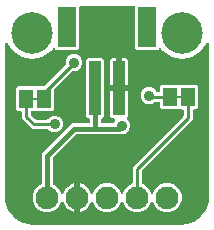
<source format=gbr>
G04 EAGLE Gerber RS-274X export*
G75*
%MOMM*%
%FSLAX34Y34*%
%LPD*%
%INBottom Copper*%
%IPPOS*%
%AMOC8*
5,1,8,0,0,1.08239X$1,22.5*%
G01*
%ADD10C,1.930400*%
%ADD11C,3.516000*%
%ADD12R,1.000000X4.600000*%
%ADD13R,1.600000X3.400000*%
%ADD14R,1.168400X1.600200*%
%ADD15R,0.635000X0.203200*%
%ADD16C,0.906400*%
%ADD17C,0.254000*%
%ADD18C,0.406400*%

G36*
X152422Y2543D02*
X152422Y2543D01*
X152500Y2545D01*
X155877Y2810D01*
X155945Y2824D01*
X156014Y2829D01*
X156170Y2869D01*
X162594Y4956D01*
X162701Y5006D01*
X162812Y5050D01*
X162863Y5083D01*
X162882Y5091D01*
X162897Y5104D01*
X162948Y5136D01*
X168412Y9107D01*
X168499Y9188D01*
X168546Y9227D01*
X168552Y9231D01*
X168553Y9232D01*
X168591Y9264D01*
X168629Y9310D01*
X168644Y9324D01*
X168655Y9342D01*
X168693Y9388D01*
X172664Y14852D01*
X172721Y14956D01*
X172785Y15056D01*
X172807Y15113D01*
X172817Y15131D01*
X172822Y15151D01*
X172844Y15206D01*
X174931Y21630D01*
X174944Y21698D01*
X174967Y21764D01*
X174990Y21923D01*
X175255Y25300D01*
X175255Y25304D01*
X175256Y25307D01*
X175255Y25326D01*
X175259Y25400D01*
X175259Y155096D01*
X175246Y155200D01*
X175242Y155304D01*
X175226Y155357D01*
X175219Y155411D01*
X175181Y155508D01*
X175151Y155609D01*
X175123Y155656D01*
X175102Y155707D01*
X175041Y155792D01*
X174987Y155881D01*
X174948Y155920D01*
X174916Y155965D01*
X174835Y156031D01*
X174761Y156104D01*
X174713Y156132D01*
X174671Y156167D01*
X174576Y156212D01*
X174486Y156264D01*
X174433Y156279D01*
X174383Y156303D01*
X174280Y156322D01*
X174180Y156351D01*
X174125Y156352D01*
X174071Y156363D01*
X173966Y156356D01*
X173862Y156359D01*
X173808Y156346D01*
X173753Y156343D01*
X173654Y156311D01*
X173552Y156287D01*
X173503Y156262D01*
X173451Y156245D01*
X173362Y156189D01*
X173270Y156141D01*
X173228Y156104D01*
X173182Y156075D01*
X173110Y155999D01*
X173032Y155929D01*
X172979Y155859D01*
X172964Y155843D01*
X172957Y155830D01*
X172935Y155801D01*
X168434Y149066D01*
X161078Y144150D01*
X152400Y142424D01*
X143722Y144150D01*
X136366Y149066D01*
X134923Y151225D01*
X134868Y151289D01*
X134820Y151358D01*
X134764Y151408D01*
X134715Y151465D01*
X134645Y151513D01*
X134582Y151569D01*
X134515Y151603D01*
X134453Y151646D01*
X134374Y151675D01*
X134299Y151713D01*
X134225Y151730D01*
X134155Y151756D01*
X134071Y151765D01*
X133988Y151783D01*
X133913Y151781D01*
X133838Y151789D01*
X133755Y151776D01*
X133671Y151773D01*
X133598Y151753D01*
X133524Y151741D01*
X133446Y151709D01*
X133365Y151685D01*
X133300Y151647D01*
X133231Y151618D01*
X133164Y151566D01*
X133091Y151524D01*
X132985Y151430D01*
X132978Y151425D01*
X132976Y151422D01*
X132970Y151417D01*
X131952Y150399D01*
X113848Y150399D01*
X112359Y151888D01*
X112359Y186690D01*
X112344Y186808D01*
X112337Y186927D01*
X112324Y186965D01*
X112319Y187006D01*
X112276Y187116D01*
X112239Y187229D01*
X112217Y187264D01*
X112202Y187301D01*
X112133Y187397D01*
X112069Y187498D01*
X112039Y187526D01*
X112016Y187559D01*
X111924Y187635D01*
X111837Y187716D01*
X111802Y187736D01*
X111771Y187761D01*
X111663Y187812D01*
X111559Y187870D01*
X111519Y187880D01*
X111483Y187897D01*
X111366Y187919D01*
X111251Y187949D01*
X111191Y187953D01*
X111171Y187957D01*
X111150Y187955D01*
X111090Y187959D01*
X66710Y187959D01*
X66592Y187944D01*
X66473Y187937D01*
X66435Y187924D01*
X66394Y187919D01*
X66284Y187876D01*
X66171Y187839D01*
X66136Y187817D01*
X66099Y187802D01*
X66003Y187733D01*
X65902Y187669D01*
X65874Y187639D01*
X65841Y187616D01*
X65765Y187524D01*
X65684Y187437D01*
X65664Y187402D01*
X65639Y187371D01*
X65588Y187263D01*
X65530Y187159D01*
X65520Y187119D01*
X65503Y187083D01*
X65481Y186966D01*
X65451Y186851D01*
X65447Y186791D01*
X65443Y186771D01*
X65445Y186750D01*
X65441Y186690D01*
X65441Y151888D01*
X63952Y150399D01*
X45848Y150399D01*
X44830Y151417D01*
X44763Y151469D01*
X44703Y151528D01*
X44638Y151566D01*
X44578Y151612D01*
X44501Y151646D01*
X44428Y151688D01*
X44356Y151709D01*
X44287Y151738D01*
X44203Y151752D01*
X44122Y151775D01*
X44047Y151776D01*
X43972Y151788D01*
X43888Y151780D01*
X43804Y151782D01*
X43731Y151766D01*
X43656Y151758D01*
X43576Y151730D01*
X43494Y151711D01*
X43427Y151676D01*
X43357Y151651D01*
X43287Y151603D01*
X43212Y151565D01*
X43156Y151515D01*
X43093Y151472D01*
X43038Y151409D01*
X42975Y151353D01*
X42889Y151241D01*
X42883Y151234D01*
X42881Y151231D01*
X42877Y151225D01*
X41434Y149066D01*
X34078Y144150D01*
X25400Y142424D01*
X16722Y144150D01*
X9366Y149066D01*
X4865Y155801D01*
X4797Y155880D01*
X4736Y155965D01*
X4693Y156000D01*
X4657Y156041D01*
X4571Y156101D01*
X4491Y156167D01*
X4441Y156191D01*
X4395Y156222D01*
X4297Y156258D01*
X4203Y156303D01*
X4149Y156313D01*
X4097Y156332D01*
X3993Y156343D01*
X3890Y156363D01*
X3835Y156359D01*
X3781Y156365D01*
X3677Y156349D01*
X3573Y156343D01*
X3521Y156326D01*
X3466Y156318D01*
X3370Y156277D01*
X3271Y156245D01*
X3224Y156215D01*
X3173Y156194D01*
X3090Y156131D01*
X3002Y156075D01*
X2964Y156035D01*
X2920Y156001D01*
X2855Y155919D01*
X2784Y155843D01*
X2757Y155795D01*
X2723Y155752D01*
X2681Y155656D01*
X2630Y155565D01*
X2617Y155511D01*
X2594Y155461D01*
X2577Y155358D01*
X2551Y155257D01*
X2545Y155169D01*
X2542Y155147D01*
X2543Y155132D01*
X2541Y155096D01*
X2541Y25400D01*
X2543Y25378D01*
X2545Y25300D01*
X2810Y21923D01*
X2824Y21855D01*
X2829Y21786D01*
X2869Y21630D01*
X4956Y15206D01*
X5006Y15099D01*
X5050Y14988D01*
X5083Y14937D01*
X5091Y14918D01*
X5104Y14903D01*
X5136Y14852D01*
X9107Y9388D01*
X9127Y9366D01*
X9138Y9348D01*
X9184Y9305D01*
X9188Y9301D01*
X9264Y9209D01*
X9310Y9171D01*
X9324Y9156D01*
X9342Y9145D01*
X9388Y9107D01*
X14596Y5322D01*
X14852Y5136D01*
X14956Y5079D01*
X15056Y5015D01*
X15113Y4993D01*
X15131Y4983D01*
X15151Y4978D01*
X15206Y4956D01*
X21630Y2869D01*
X21698Y2856D01*
X21764Y2833D01*
X21923Y2810D01*
X25300Y2545D01*
X25322Y2546D01*
X25400Y2541D01*
X152400Y2541D01*
X152422Y2543D01*
G37*
%LPC*%
G36*
X86475Y13207D02*
X86475Y13207D01*
X81993Y15063D01*
X78563Y18493D01*
X77365Y21386D01*
X77351Y21412D01*
X77341Y21440D01*
X77272Y21550D01*
X77208Y21662D01*
X77187Y21684D01*
X77171Y21709D01*
X77077Y21798D01*
X76987Y21891D01*
X76961Y21906D01*
X76939Y21927D01*
X76826Y21989D01*
X76715Y22057D01*
X76687Y22066D01*
X76661Y22080D01*
X76535Y22113D01*
X76411Y22151D01*
X76382Y22152D01*
X76353Y22159D01*
X76223Y22160D01*
X76094Y22166D01*
X76065Y22160D01*
X76035Y22160D01*
X75909Y22128D01*
X75782Y22101D01*
X75755Y22088D01*
X75727Y22081D01*
X75613Y22019D01*
X75497Y21962D01*
X75474Y21942D01*
X75448Y21928D01*
X75353Y21840D01*
X75255Y21755D01*
X75237Y21731D01*
X75216Y21710D01*
X75146Y21601D01*
X75072Y21495D01*
X75061Y21467D01*
X75045Y21442D01*
X74986Y21292D01*
X74799Y20720D01*
X73928Y19010D01*
X72800Y17457D01*
X71443Y16100D01*
X69890Y14972D01*
X68180Y14101D01*
X66355Y13507D01*
X65999Y13451D01*
X65999Y24170D01*
X65984Y24288D01*
X65977Y24407D01*
X65964Y24445D01*
X65959Y24485D01*
X65916Y24596D01*
X65879Y24709D01*
X65857Y24743D01*
X65842Y24781D01*
X65773Y24877D01*
X65709Y24978D01*
X65679Y25006D01*
X65656Y25038D01*
X65564Y25114D01*
X65477Y25196D01*
X65442Y25215D01*
X65411Y25241D01*
X65303Y25292D01*
X65199Y25349D01*
X65159Y25359D01*
X65123Y25377D01*
X65016Y25397D01*
X65046Y25401D01*
X65156Y25445D01*
X65269Y25481D01*
X65304Y25503D01*
X65341Y25518D01*
X65437Y25588D01*
X65538Y25651D01*
X65566Y25681D01*
X65599Y25705D01*
X65675Y25796D01*
X65756Y25883D01*
X65776Y25918D01*
X65801Y25950D01*
X65852Y26057D01*
X65910Y26162D01*
X65920Y26201D01*
X65937Y26237D01*
X65959Y26354D01*
X65989Y26470D01*
X65993Y26530D01*
X65997Y26550D01*
X65995Y26570D01*
X65997Y26576D01*
X65996Y26583D01*
X65999Y26630D01*
X65999Y37349D01*
X66355Y37293D01*
X68180Y36699D01*
X69890Y35828D01*
X71443Y34700D01*
X72800Y33343D01*
X73928Y31790D01*
X74799Y30080D01*
X74986Y29508D01*
X74998Y29481D01*
X75005Y29451D01*
X75066Y29337D01*
X75121Y29220D01*
X75140Y29197D01*
X75154Y29170D01*
X75241Y29074D01*
X75324Y28975D01*
X75348Y28957D01*
X75368Y28935D01*
X75476Y28864D01*
X75581Y28788D01*
X75609Y28777D01*
X75634Y28760D01*
X75756Y28718D01*
X75877Y28670D01*
X75906Y28667D01*
X75934Y28657D01*
X76064Y28647D01*
X76192Y28630D01*
X76222Y28634D01*
X76251Y28632D01*
X76379Y28654D01*
X76508Y28670D01*
X76535Y28681D01*
X76565Y28686D01*
X76683Y28739D01*
X76803Y28787D01*
X76828Y28805D01*
X76855Y28817D01*
X76956Y28898D01*
X77061Y28974D01*
X77080Y28997D01*
X77103Y29015D01*
X77181Y29119D01*
X77264Y29219D01*
X77276Y29246D01*
X77294Y29269D01*
X77365Y29414D01*
X78563Y32307D01*
X81993Y35737D01*
X86475Y37593D01*
X91325Y37593D01*
X95807Y35737D01*
X99237Y32307D01*
X100427Y29432D01*
X100496Y29311D01*
X100561Y29188D01*
X100575Y29173D01*
X100585Y29155D01*
X100682Y29055D01*
X100775Y28953D01*
X100792Y28941D01*
X100806Y28927D01*
X100924Y28854D01*
X101041Y28778D01*
X101060Y28771D01*
X101077Y28761D01*
X101210Y28720D01*
X101342Y28675D01*
X101362Y28673D01*
X101381Y28667D01*
X101520Y28660D01*
X101659Y28649D01*
X101679Y28653D01*
X101699Y28652D01*
X101835Y28680D01*
X101972Y28704D01*
X101991Y28712D01*
X102010Y28716D01*
X102135Y28777D01*
X102262Y28834D01*
X102278Y28847D01*
X102296Y28856D01*
X102402Y28946D01*
X102510Y29033D01*
X102523Y29049D01*
X102538Y29062D01*
X102618Y29176D01*
X102702Y29287D01*
X102714Y29312D01*
X102721Y29322D01*
X102728Y29342D01*
X102773Y29432D01*
X103963Y32307D01*
X107393Y35737D01*
X109706Y36694D01*
X109731Y36709D01*
X109759Y36718D01*
X109869Y36787D01*
X109982Y36852D01*
X110003Y36872D01*
X110028Y36888D01*
X110117Y36983D01*
X110210Y37073D01*
X110226Y37098D01*
X110246Y37120D01*
X110309Y37234D01*
X110377Y37344D01*
X110385Y37372D01*
X110400Y37398D01*
X110432Y37524D01*
X110470Y37648D01*
X110472Y37678D01*
X110479Y37706D01*
X110489Y37867D01*
X110489Y51108D01*
X153298Y93917D01*
X153358Y93995D01*
X153426Y94067D01*
X153455Y94120D01*
X153492Y94168D01*
X153532Y94259D01*
X153580Y94346D01*
X153595Y94404D01*
X153619Y94460D01*
X153634Y94558D01*
X153659Y94654D01*
X153665Y94754D01*
X153669Y94774D01*
X153667Y94786D01*
X153669Y94814D01*
X153669Y98679D01*
X153654Y98797D01*
X153647Y98916D01*
X153634Y98954D01*
X153629Y98995D01*
X153586Y99105D01*
X153549Y99218D01*
X153527Y99253D01*
X153512Y99290D01*
X153443Y99386D01*
X153379Y99487D01*
X153349Y99515D01*
X153326Y99548D01*
X153234Y99624D01*
X153147Y99705D01*
X153112Y99725D01*
X153081Y99750D01*
X152973Y99801D01*
X152869Y99859D01*
X152829Y99869D01*
X152793Y99886D01*
X152676Y99908D01*
X152561Y99938D01*
X152501Y99942D01*
X152481Y99946D01*
X152460Y99944D01*
X152400Y99948D01*
X150536Y99948D01*
X150506Y99971D01*
X150397Y100019D01*
X150291Y100073D01*
X150251Y100082D01*
X150214Y100098D01*
X150096Y100116D01*
X149981Y100142D01*
X149940Y100141D01*
X149900Y100147D01*
X149781Y100136D01*
X149663Y100133D01*
X149624Y100121D01*
X149584Y100118D01*
X149471Y100077D01*
X149357Y100044D01*
X149322Y100024D01*
X149284Y100010D01*
X149193Y99948D01*
X135346Y99948D01*
X133857Y101437D01*
X133857Y105410D01*
X133842Y105528D01*
X133835Y105647D01*
X133822Y105685D01*
X133817Y105726D01*
X133774Y105836D01*
X133737Y105949D01*
X133715Y105984D01*
X133700Y106021D01*
X133631Y106117D01*
X133567Y106218D01*
X133537Y106246D01*
X133514Y106279D01*
X133422Y106355D01*
X133335Y106436D01*
X133300Y106456D01*
X133269Y106481D01*
X133161Y106532D01*
X133057Y106590D01*
X133017Y106600D01*
X132981Y106617D01*
X132864Y106639D01*
X132749Y106669D01*
X132689Y106673D01*
X132669Y106677D01*
X132648Y106675D01*
X132588Y106679D01*
X129907Y106679D01*
X129809Y106667D01*
X129710Y106664D01*
X129652Y106647D01*
X129592Y106639D01*
X129500Y106603D01*
X129405Y106575D01*
X129352Y106545D01*
X129296Y106522D01*
X129216Y106464D01*
X129131Y106414D01*
X129055Y106348D01*
X129039Y106336D01*
X129031Y106326D01*
X129010Y106308D01*
X128466Y105764D01*
X125867Y104687D01*
X123053Y104687D01*
X120454Y105764D01*
X118464Y107754D01*
X117387Y110353D01*
X117387Y113167D01*
X118464Y115766D01*
X120454Y117756D01*
X123053Y118833D01*
X125867Y118833D01*
X128466Y117756D01*
X130456Y115766D01*
X130739Y115084D01*
X130753Y115059D01*
X130762Y115031D01*
X130832Y114921D01*
X130896Y114808D01*
X130917Y114787D01*
X130932Y114762D01*
X131027Y114673D01*
X131117Y114580D01*
X131142Y114564D01*
X131164Y114544D01*
X131278Y114481D01*
X131388Y114413D01*
X131417Y114405D01*
X131443Y114390D01*
X131568Y114358D01*
X131692Y114320D01*
X131722Y114318D01*
X131750Y114311D01*
X131911Y114301D01*
X132588Y114301D01*
X132706Y114316D01*
X132825Y114323D01*
X132863Y114336D01*
X132904Y114341D01*
X133014Y114384D01*
X133127Y114421D01*
X133162Y114443D01*
X133199Y114458D01*
X133295Y114527D01*
X133396Y114591D01*
X133424Y114621D01*
X133457Y114644D01*
X133533Y114736D01*
X133614Y114823D01*
X133634Y114858D01*
X133659Y114889D01*
X133710Y114997D01*
X133768Y115101D01*
X133778Y115141D01*
X133795Y115177D01*
X133817Y115294D01*
X133847Y115409D01*
X133851Y115469D01*
X133855Y115489D01*
X133853Y115510D01*
X133857Y115570D01*
X133857Y119543D01*
X135346Y121032D01*
X149184Y121032D01*
X149214Y121009D01*
X149323Y120961D01*
X149429Y120907D01*
X149468Y120898D01*
X149506Y120882D01*
X149623Y120864D01*
X149739Y120838D01*
X149780Y120839D01*
X149820Y120833D01*
X149938Y120844D01*
X150057Y120847D01*
X150096Y120859D01*
X150136Y120862D01*
X150248Y120903D01*
X150363Y120936D01*
X150398Y120956D01*
X150436Y120970D01*
X150527Y121032D01*
X164374Y121032D01*
X165863Y119543D01*
X165863Y101437D01*
X164374Y99948D01*
X162560Y99948D01*
X162442Y99933D01*
X162323Y99926D01*
X162285Y99913D01*
X162244Y99908D01*
X162134Y99865D01*
X162021Y99828D01*
X161986Y99806D01*
X161949Y99791D01*
X161853Y99722D01*
X161752Y99658D01*
X161724Y99628D01*
X161691Y99605D01*
X161615Y99513D01*
X161534Y99426D01*
X161514Y99391D01*
X161489Y99360D01*
X161438Y99252D01*
X161380Y99148D01*
X161370Y99108D01*
X161353Y99072D01*
X161331Y98955D01*
X161301Y98840D01*
X161297Y98780D01*
X161293Y98760D01*
X161295Y98739D01*
X161291Y98679D01*
X161291Y91132D01*
X118482Y48323D01*
X118422Y48245D01*
X118354Y48173D01*
X118325Y48120D01*
X118288Y48072D01*
X118248Y47981D01*
X118200Y47894D01*
X118185Y47836D01*
X118161Y47780D01*
X118146Y47682D01*
X118121Y47586D01*
X118115Y47486D01*
X118111Y47466D01*
X118113Y47454D01*
X118111Y47426D01*
X118111Y37867D01*
X118114Y37838D01*
X118112Y37808D01*
X118134Y37680D01*
X118151Y37551D01*
X118161Y37524D01*
X118166Y37495D01*
X118220Y37376D01*
X118268Y37256D01*
X118285Y37232D01*
X118297Y37205D01*
X118378Y37103D01*
X118454Y36998D01*
X118477Y36980D01*
X118496Y36956D01*
X118599Y36878D01*
X118699Y36796D01*
X118726Y36783D01*
X118750Y36765D01*
X118894Y36694D01*
X121207Y35737D01*
X124637Y32307D01*
X125827Y29432D01*
X125896Y29311D01*
X125961Y29188D01*
X125975Y29173D01*
X125985Y29155D01*
X126082Y29055D01*
X126175Y28953D01*
X126192Y28941D01*
X126206Y28927D01*
X126324Y28854D01*
X126441Y28778D01*
X126460Y28771D01*
X126477Y28761D01*
X126610Y28720D01*
X126742Y28675D01*
X126762Y28673D01*
X126781Y28667D01*
X126920Y28660D01*
X127059Y28649D01*
X127079Y28653D01*
X127099Y28652D01*
X127235Y28680D01*
X127372Y28704D01*
X127391Y28712D01*
X127410Y28716D01*
X127535Y28777D01*
X127662Y28834D01*
X127678Y28847D01*
X127696Y28856D01*
X127802Y28946D01*
X127910Y29033D01*
X127923Y29049D01*
X127938Y29062D01*
X128018Y29176D01*
X128102Y29287D01*
X128114Y29312D01*
X128121Y29322D01*
X128128Y29342D01*
X128173Y29432D01*
X129363Y32307D01*
X132793Y35737D01*
X137275Y37593D01*
X142125Y37593D01*
X146607Y35737D01*
X150037Y32307D01*
X151893Y27825D01*
X151893Y22975D01*
X150037Y18493D01*
X146607Y15063D01*
X142125Y13207D01*
X137275Y13207D01*
X132793Y15063D01*
X129363Y18493D01*
X128173Y21368D01*
X128104Y21489D01*
X128039Y21612D01*
X128025Y21627D01*
X128015Y21645D01*
X127918Y21745D01*
X127825Y21847D01*
X127808Y21859D01*
X127794Y21873D01*
X127675Y21946D01*
X127559Y22022D01*
X127540Y22029D01*
X127523Y22039D01*
X127390Y22080D01*
X127258Y22125D01*
X127238Y22127D01*
X127219Y22133D01*
X127080Y22140D01*
X126941Y22151D01*
X126921Y22147D01*
X126901Y22148D01*
X126765Y22120D01*
X126628Y22096D01*
X126609Y22088D01*
X126590Y22084D01*
X126464Y22023D01*
X126338Y21966D01*
X126322Y21953D01*
X126304Y21944D01*
X126198Y21854D01*
X126090Y21767D01*
X126077Y21751D01*
X126062Y21738D01*
X125982Y21624D01*
X125898Y21513D01*
X125886Y21488D01*
X125879Y21478D01*
X125872Y21458D01*
X125827Y21368D01*
X124637Y18493D01*
X121207Y15063D01*
X116725Y13207D01*
X111875Y13207D01*
X107393Y15063D01*
X103963Y18493D01*
X102773Y21368D01*
X102704Y21489D01*
X102639Y21612D01*
X102625Y21627D01*
X102615Y21645D01*
X102518Y21745D01*
X102425Y21847D01*
X102408Y21859D01*
X102394Y21873D01*
X102275Y21946D01*
X102159Y22022D01*
X102140Y22029D01*
X102123Y22039D01*
X101990Y22080D01*
X101858Y22125D01*
X101838Y22127D01*
X101819Y22133D01*
X101680Y22140D01*
X101541Y22151D01*
X101521Y22147D01*
X101501Y22148D01*
X101365Y22120D01*
X101228Y22096D01*
X101209Y22088D01*
X101190Y22084D01*
X101064Y22023D01*
X100938Y21966D01*
X100922Y21953D01*
X100904Y21944D01*
X100798Y21854D01*
X100690Y21767D01*
X100677Y21751D01*
X100662Y21738D01*
X100582Y21624D01*
X100498Y21513D01*
X100486Y21488D01*
X100479Y21478D01*
X100472Y21458D01*
X100427Y21368D01*
X99237Y18493D01*
X95807Y15063D01*
X91325Y13207D01*
X86475Y13207D01*
G37*
%LPD*%
%LPC*%
G36*
X35675Y13207D02*
X35675Y13207D01*
X31193Y15063D01*
X27763Y18493D01*
X25907Y22975D01*
X25907Y27825D01*
X27763Y32307D01*
X31193Y35737D01*
X32744Y36379D01*
X32769Y36393D01*
X32797Y36402D01*
X32907Y36472D01*
X33020Y36536D01*
X33041Y36557D01*
X33066Y36573D01*
X33155Y36667D01*
X33248Y36757D01*
X33264Y36783D01*
X33284Y36804D01*
X33347Y36918D01*
X33415Y37029D01*
X33423Y37057D01*
X33438Y37083D01*
X33470Y37208D01*
X33508Y37333D01*
X33510Y37362D01*
X33517Y37391D01*
X33527Y37551D01*
X33527Y62854D01*
X59066Y88393D01*
X73058Y88393D01*
X73176Y88408D01*
X73295Y88415D01*
X73333Y88428D01*
X73374Y88433D01*
X73484Y88476D01*
X73597Y88513D01*
X73632Y88535D01*
X73669Y88550D01*
X73765Y88619D01*
X73866Y88683D01*
X73894Y88713D01*
X73927Y88736D01*
X74003Y88828D01*
X74084Y88915D01*
X74104Y88950D01*
X74129Y88981D01*
X74180Y89089D01*
X74238Y89193D01*
X74248Y89233D01*
X74265Y89269D01*
X74287Y89386D01*
X74317Y89501D01*
X74321Y89561D01*
X74325Y89581D01*
X74323Y89602D01*
X74327Y89662D01*
X74327Y91130D01*
X74312Y91248D01*
X74305Y91367D01*
X74292Y91405D01*
X74287Y91446D01*
X74244Y91556D01*
X74207Y91669D01*
X74185Y91704D01*
X74170Y91741D01*
X74101Y91837D01*
X74037Y91938D01*
X74007Y91966D01*
X73984Y91999D01*
X73892Y92075D01*
X73805Y92156D01*
X73770Y92176D01*
X73739Y92201D01*
X73631Y92252D01*
X73527Y92310D01*
X73487Y92320D01*
X73451Y92337D01*
X73334Y92359D01*
X73219Y92389D01*
X73159Y92393D01*
X73139Y92397D01*
X73118Y92395D01*
X73058Y92399D01*
X72848Y92399D01*
X71359Y93888D01*
X71359Y141992D01*
X72848Y143481D01*
X84952Y143481D01*
X86441Y141992D01*
X86441Y93888D01*
X84952Y92399D01*
X84742Y92399D01*
X84624Y92384D01*
X84505Y92377D01*
X84467Y92364D01*
X84426Y92359D01*
X84316Y92316D01*
X84203Y92279D01*
X84168Y92257D01*
X84131Y92242D01*
X84035Y92173D01*
X83934Y92109D01*
X83906Y92079D01*
X83873Y92056D01*
X83797Y91964D01*
X83716Y91877D01*
X83696Y91842D01*
X83671Y91811D01*
X83620Y91703D01*
X83562Y91599D01*
X83552Y91559D01*
X83535Y91523D01*
X83513Y91406D01*
X83483Y91291D01*
X83479Y91231D01*
X83475Y91211D01*
X83477Y91190D01*
X83473Y91130D01*
X83473Y89662D01*
X83488Y89544D01*
X83495Y89425D01*
X83508Y89387D01*
X83513Y89346D01*
X83556Y89236D01*
X83593Y89123D01*
X83615Y89088D01*
X83630Y89051D01*
X83699Y88955D01*
X83763Y88854D01*
X83793Y88826D01*
X83816Y88793D01*
X83908Y88717D01*
X83995Y88636D01*
X84030Y88616D01*
X84061Y88591D01*
X84169Y88540D01*
X84273Y88482D01*
X84313Y88472D01*
X84349Y88455D01*
X84466Y88433D01*
X84581Y88403D01*
X84641Y88399D01*
X84661Y88395D01*
X84682Y88397D01*
X84742Y88393D01*
X93938Y88393D01*
X93968Y88396D01*
X93997Y88394D01*
X94125Y88416D01*
X94254Y88433D01*
X94281Y88443D01*
X94311Y88448D01*
X94429Y88502D01*
X94550Y88550D01*
X94574Y88567D01*
X94601Y88579D01*
X94702Y88660D01*
X94807Y88736D01*
X94826Y88759D01*
X94849Y88778D01*
X94927Y88881D01*
X95010Y88981D01*
X95022Y89008D01*
X95040Y89032D01*
X95111Y89176D01*
X95633Y90436D01*
X95644Y90449D01*
X95653Y90468D01*
X95665Y90483D01*
X95720Y90611D01*
X95780Y90737D01*
X95783Y90757D01*
X95791Y90775D01*
X95813Y90913D01*
X95839Y91050D01*
X95838Y91069D01*
X95841Y91089D01*
X95828Y91228D01*
X95820Y91367D01*
X95813Y91386D01*
X95812Y91406D01*
X95765Y91537D01*
X95722Y91669D01*
X95711Y91686D01*
X95704Y91705D01*
X95626Y91820D01*
X95551Y91938D01*
X95537Y91952D01*
X95526Y91968D01*
X95421Y92061D01*
X95320Y92156D01*
X95302Y92166D01*
X95287Y92179D01*
X95163Y92242D01*
X95041Y92310D01*
X95022Y92315D01*
X95004Y92324D01*
X94868Y92354D01*
X94733Y92389D01*
X94706Y92391D01*
X94694Y92393D01*
X94673Y92393D01*
X94573Y92399D01*
X93566Y92399D01*
X92919Y92572D01*
X92340Y92907D01*
X91867Y93380D01*
X91532Y93959D01*
X91359Y94606D01*
X91359Y115441D01*
X97670Y115441D01*
X97788Y115456D01*
X97907Y115463D01*
X97945Y115475D01*
X97985Y115481D01*
X98096Y115524D01*
X98209Y115561D01*
X98243Y115583D01*
X98281Y115598D01*
X98377Y115667D01*
X98478Y115731D01*
X98506Y115761D01*
X98538Y115784D01*
X98614Y115876D01*
X98696Y115963D01*
X98715Y115998D01*
X98741Y116029D01*
X98792Y116137D01*
X98849Y116241D01*
X98859Y116281D01*
X98877Y116317D01*
X98897Y116424D01*
X98901Y116394D01*
X98945Y116284D01*
X98981Y116171D01*
X99003Y116136D01*
X99018Y116099D01*
X99088Y116002D01*
X99151Y115902D01*
X99181Y115874D01*
X99205Y115841D01*
X99296Y115765D01*
X99383Y115684D01*
X99418Y115664D01*
X99450Y115639D01*
X99557Y115588D01*
X99662Y115530D01*
X99701Y115520D01*
X99737Y115503D01*
X99854Y115481D01*
X99970Y115451D01*
X100030Y115447D01*
X100050Y115443D01*
X100070Y115445D01*
X100130Y115441D01*
X106441Y115441D01*
X106441Y94606D01*
X106268Y93959D01*
X105926Y93367D01*
X105882Y93263D01*
X105831Y93163D01*
X105821Y93117D01*
X105802Y93074D01*
X105786Y92963D01*
X105761Y92853D01*
X105763Y92806D01*
X105756Y92759D01*
X105768Y92648D01*
X105771Y92535D01*
X105784Y92490D01*
X105789Y92443D01*
X105828Y92338D01*
X105859Y92230D01*
X105883Y92189D01*
X105900Y92145D01*
X105964Y92052D01*
X106021Y91956D01*
X106069Y91902D01*
X106081Y91884D01*
X106095Y91872D01*
X106127Y91835D01*
X107596Y90366D01*
X108673Y87767D01*
X108673Y84953D01*
X107596Y82354D01*
X105606Y80364D01*
X103007Y79287D01*
X101520Y79287D01*
X101422Y79275D01*
X101323Y79272D01*
X101264Y79255D01*
X101204Y79247D01*
X63380Y79247D01*
X63282Y79235D01*
X63183Y79232D01*
X63124Y79215D01*
X63064Y79207D01*
X62972Y79171D01*
X62877Y79143D01*
X62825Y79113D01*
X62769Y79090D01*
X62689Y79032D01*
X62603Y78982D01*
X62528Y78916D01*
X62511Y78904D01*
X62503Y78894D01*
X62482Y78876D01*
X43044Y59438D01*
X42984Y59359D01*
X42916Y59287D01*
X42887Y59234D01*
X42850Y59186D01*
X42810Y59095D01*
X42762Y59009D01*
X42747Y58950D01*
X42723Y58895D01*
X42708Y58797D01*
X42683Y58701D01*
X42677Y58601D01*
X42673Y58580D01*
X42675Y58568D01*
X42673Y58540D01*
X42673Y37551D01*
X42676Y37522D01*
X42674Y37493D01*
X42696Y37365D01*
X42713Y37236D01*
X42723Y37208D01*
X42728Y37179D01*
X42782Y37061D01*
X42830Y36940D01*
X42847Y36916D01*
X42859Y36889D01*
X42940Y36788D01*
X43016Y36683D01*
X43039Y36664D01*
X43058Y36641D01*
X43161Y36563D01*
X43261Y36480D01*
X43288Y36467D01*
X43312Y36450D01*
X43456Y36379D01*
X45007Y35737D01*
X48437Y32307D01*
X49635Y29414D01*
X49649Y29388D01*
X49659Y29360D01*
X49728Y29250D01*
X49792Y29138D01*
X49813Y29116D01*
X49829Y29091D01*
X49923Y29002D01*
X50013Y28909D01*
X50039Y28894D01*
X50061Y28873D01*
X50174Y28811D01*
X50285Y28743D01*
X50313Y28734D01*
X50339Y28720D01*
X50465Y28687D01*
X50589Y28649D01*
X50618Y28648D01*
X50647Y28641D01*
X50777Y28640D01*
X50906Y28634D01*
X50935Y28640D01*
X50965Y28640D01*
X51091Y28672D01*
X51218Y28699D01*
X51245Y28712D01*
X51273Y28719D01*
X51387Y28781D01*
X51503Y28838D01*
X51526Y28858D01*
X51552Y28872D01*
X51647Y28960D01*
X51745Y29045D01*
X51763Y29069D01*
X51784Y29090D01*
X51854Y29199D01*
X51928Y29305D01*
X51939Y29333D01*
X51955Y29358D01*
X52014Y29508D01*
X52198Y30071D01*
X52198Y30072D01*
X52201Y30080D01*
X53072Y31790D01*
X54200Y33343D01*
X55557Y34700D01*
X57110Y35828D01*
X58820Y36699D01*
X60645Y37293D01*
X61001Y37349D01*
X61001Y26630D01*
X61016Y26512D01*
X61023Y26393D01*
X61035Y26355D01*
X61041Y26315D01*
X61084Y26204D01*
X61121Y26091D01*
X61143Y26057D01*
X61158Y26019D01*
X61227Y25923D01*
X61291Y25822D01*
X61321Y25794D01*
X61344Y25762D01*
X61436Y25686D01*
X61523Y25604D01*
X61558Y25585D01*
X61589Y25559D01*
X61697Y25508D01*
X61801Y25451D01*
X61841Y25441D01*
X61877Y25423D01*
X61984Y25403D01*
X61954Y25399D01*
X61844Y25355D01*
X61731Y25319D01*
X61696Y25297D01*
X61659Y25282D01*
X61562Y25212D01*
X61462Y25149D01*
X61434Y25119D01*
X61401Y25095D01*
X61325Y25004D01*
X61244Y24917D01*
X61224Y24882D01*
X61199Y24850D01*
X61148Y24743D01*
X61090Y24638D01*
X61080Y24599D01*
X61063Y24563D01*
X61041Y24446D01*
X61011Y24330D01*
X61007Y24270D01*
X61003Y24250D01*
X61005Y24230D01*
X61001Y24170D01*
X61001Y13451D01*
X60645Y13507D01*
X58820Y14101D01*
X57110Y14972D01*
X55557Y16100D01*
X54200Y17457D01*
X53072Y19010D01*
X52201Y20720D01*
X52014Y21292D01*
X52002Y21319D01*
X51995Y21349D01*
X51934Y21463D01*
X51879Y21580D01*
X51860Y21603D01*
X51846Y21630D01*
X51759Y21726D01*
X51676Y21825D01*
X51652Y21843D01*
X51632Y21865D01*
X51524Y21936D01*
X51419Y22012D01*
X51391Y22023D01*
X51366Y22040D01*
X51244Y22082D01*
X51123Y22130D01*
X51094Y22133D01*
X51066Y22143D01*
X50936Y22153D01*
X50808Y22170D01*
X50778Y22166D01*
X50749Y22168D01*
X50621Y22146D01*
X50492Y22130D01*
X50465Y22119D01*
X50435Y22114D01*
X50317Y22061D01*
X50197Y22013D01*
X50172Y21995D01*
X50145Y21983D01*
X50044Y21902D01*
X49939Y21826D01*
X49920Y21803D01*
X49897Y21785D01*
X49819Y21681D01*
X49736Y21581D01*
X49724Y21554D01*
X49706Y21531D01*
X49635Y21386D01*
X48437Y18493D01*
X45007Y15063D01*
X40525Y13207D01*
X35675Y13207D01*
G37*
%LPD*%
%LPC*%
G36*
X43043Y80557D02*
X43043Y80557D01*
X40444Y81634D01*
X38630Y83448D01*
X38552Y83508D01*
X38480Y83576D01*
X38427Y83605D01*
X38379Y83642D01*
X38288Y83682D01*
X38201Y83730D01*
X38143Y83745D01*
X38087Y83769D01*
X37989Y83784D01*
X37893Y83809D01*
X37793Y83815D01*
X37773Y83819D01*
X37761Y83817D01*
X37733Y83819D01*
X25092Y83819D01*
X16509Y92402D01*
X16509Y97409D01*
X16494Y97527D01*
X16487Y97646D01*
X16474Y97684D01*
X16469Y97725D01*
X16426Y97835D01*
X16389Y97948D01*
X16367Y97983D01*
X16352Y98020D01*
X16283Y98116D01*
X16219Y98217D01*
X16189Y98245D01*
X16166Y98278D01*
X16074Y98354D01*
X15987Y98435D01*
X15952Y98455D01*
X15921Y98480D01*
X15813Y98531D01*
X15709Y98589D01*
X15669Y98599D01*
X15633Y98616D01*
X15516Y98638D01*
X15401Y98668D01*
X15341Y98672D01*
X15321Y98676D01*
X15300Y98674D01*
X15240Y98678D01*
X13426Y98678D01*
X11937Y100167D01*
X11937Y118273D01*
X13426Y119762D01*
X27264Y119762D01*
X27294Y119739D01*
X27403Y119691D01*
X27509Y119637D01*
X27548Y119628D01*
X27586Y119612D01*
X27703Y119594D01*
X27819Y119568D01*
X27860Y119569D01*
X27900Y119563D01*
X28018Y119574D01*
X28137Y119577D01*
X28176Y119589D01*
X28216Y119592D01*
X28328Y119633D01*
X28443Y119666D01*
X28478Y119686D01*
X28516Y119700D01*
X28607Y119762D01*
X35107Y119762D01*
X35205Y119774D01*
X35304Y119777D01*
X35362Y119794D01*
X35422Y119802D01*
X35514Y119838D01*
X35610Y119866D01*
X35662Y119896D01*
X35718Y119919D01*
X35798Y119977D01*
X35883Y120027D01*
X35959Y120093D01*
X35975Y120105D01*
X35983Y120115D01*
X36004Y120133D01*
X53516Y137645D01*
X53576Y137723D01*
X53644Y137795D01*
X53673Y137848D01*
X53710Y137896D01*
X53750Y137987D01*
X53798Y138074D01*
X53813Y138132D01*
X53837Y138188D01*
X53852Y138286D01*
X53877Y138382D01*
X53883Y138482D01*
X53887Y138502D01*
X53885Y138514D01*
X53887Y138542D01*
X53887Y141107D01*
X54964Y143706D01*
X56954Y145696D01*
X59553Y146773D01*
X62367Y146773D01*
X64966Y145696D01*
X66956Y143706D01*
X68033Y141107D01*
X68033Y138293D01*
X66956Y135694D01*
X64966Y133704D01*
X62367Y132627D01*
X59802Y132627D01*
X59704Y132615D01*
X59605Y132612D01*
X59547Y132595D01*
X59487Y132587D01*
X59395Y132551D01*
X59299Y132523D01*
X59247Y132493D01*
X59191Y132470D01*
X59111Y132412D01*
X59026Y132362D01*
X58950Y132296D01*
X58934Y132284D01*
X58926Y132274D01*
X58905Y132256D01*
X44314Y117665D01*
X44254Y117587D01*
X44186Y117515D01*
X44165Y117476D01*
X44146Y117454D01*
X44139Y117439D01*
X44120Y117414D01*
X44080Y117323D01*
X44032Y117236D01*
X44019Y117184D01*
X44011Y117166D01*
X44009Y117159D01*
X43993Y117122D01*
X43978Y117024D01*
X43953Y116928D01*
X43947Y116828D01*
X43943Y116808D01*
X43945Y116796D01*
X43943Y116768D01*
X43943Y100167D01*
X42454Y98678D01*
X28616Y98678D01*
X28586Y98701D01*
X28477Y98749D01*
X28371Y98803D01*
X28331Y98812D01*
X28294Y98828D01*
X28176Y98846D01*
X28061Y98872D01*
X28020Y98871D01*
X27980Y98877D01*
X27861Y98866D01*
X27743Y98863D01*
X27704Y98851D01*
X27664Y98848D01*
X27551Y98807D01*
X27437Y98774D01*
X27402Y98754D01*
X27364Y98740D01*
X27273Y98678D01*
X25400Y98678D01*
X25282Y98663D01*
X25163Y98656D01*
X25125Y98643D01*
X25084Y98638D01*
X24974Y98595D01*
X24861Y98558D01*
X24826Y98536D01*
X24789Y98521D01*
X24693Y98452D01*
X24592Y98388D01*
X24564Y98358D01*
X24531Y98335D01*
X24455Y98243D01*
X24374Y98156D01*
X24354Y98121D01*
X24329Y98090D01*
X24278Y97982D01*
X24220Y97878D01*
X24210Y97838D01*
X24193Y97802D01*
X24171Y97685D01*
X24141Y97570D01*
X24137Y97510D01*
X24133Y97490D01*
X24135Y97469D01*
X24131Y97409D01*
X24131Y96084D01*
X24143Y95986D01*
X24146Y95887D01*
X24163Y95829D01*
X24171Y95769D01*
X24207Y95677D01*
X24235Y95581D01*
X24265Y95529D01*
X24288Y95473D01*
X24346Y95393D01*
X24396Y95308D01*
X24462Y95232D01*
X24474Y95216D01*
X24484Y95208D01*
X24502Y95187D01*
X27877Y91812D01*
X27955Y91752D01*
X28027Y91684D01*
X28080Y91655D01*
X28128Y91618D01*
X28219Y91578D01*
X28306Y91530D01*
X28364Y91515D01*
X28420Y91491D01*
X28518Y91476D01*
X28614Y91451D01*
X28714Y91445D01*
X28734Y91441D01*
X28746Y91443D01*
X28774Y91441D01*
X37733Y91441D01*
X37831Y91453D01*
X37930Y91456D01*
X37988Y91473D01*
X38048Y91481D01*
X38140Y91517D01*
X38235Y91545D01*
X38288Y91575D01*
X38344Y91598D01*
X38424Y91656D01*
X38509Y91706D01*
X38585Y91772D01*
X38601Y91784D01*
X38609Y91794D01*
X38630Y91812D01*
X40444Y93626D01*
X43043Y94703D01*
X45857Y94703D01*
X48456Y93626D01*
X50446Y91636D01*
X51523Y89037D01*
X51523Y86223D01*
X50446Y83624D01*
X48456Y81634D01*
X45857Y80557D01*
X43043Y80557D01*
G37*
%LPD*%
%LPC*%
G36*
X101399Y120439D02*
X101399Y120439D01*
X101399Y143481D01*
X104234Y143481D01*
X104881Y143308D01*
X105460Y142973D01*
X105933Y142500D01*
X106268Y141921D01*
X106441Y141274D01*
X106441Y120439D01*
X101399Y120439D01*
G37*
%LPD*%
%LPC*%
G36*
X91359Y120439D02*
X91359Y120439D01*
X91359Y141274D01*
X91532Y141921D01*
X91867Y142500D01*
X92340Y142973D01*
X92919Y143308D01*
X93566Y143481D01*
X96401Y143481D01*
X96401Y120439D01*
X91359Y120439D01*
G37*
%LPD*%
D10*
X38100Y25400D03*
X63500Y25400D03*
X88900Y25400D03*
X114300Y25400D03*
X139700Y25400D03*
D11*
X152400Y165100D03*
X25400Y165100D03*
D12*
X98900Y117940D03*
X78900Y117940D03*
D13*
X122900Y169940D03*
X54900Y169940D03*
D14*
X20320Y109220D03*
X35560Y109220D03*
D15*
X27940Y109220D03*
D14*
X142240Y110490D03*
X157480Y110490D03*
D15*
X149860Y110490D03*
D16*
X124460Y90170D03*
X124460Y142240D03*
X153670Y73660D03*
X22860Y135890D03*
X86360Y166370D03*
X48260Y143510D03*
X62230Y71120D03*
X60960Y139700D03*
D17*
X35560Y114300D01*
X35560Y109220D01*
X139700Y27940D02*
X139700Y25400D01*
X114300Y25400D02*
X114300Y49530D01*
X157480Y92710D01*
X157480Y110490D01*
D18*
X38100Y60960D02*
X38100Y25400D01*
X38100Y60960D02*
X60960Y83820D01*
X78740Y83820D01*
D16*
X101600Y86360D03*
D18*
X78900Y83980D02*
X78900Y117940D01*
X78900Y83980D02*
X78740Y83820D01*
X99060Y83820D01*
X101600Y86360D01*
D17*
X20320Y93980D02*
X20320Y109220D01*
X20320Y93980D02*
X26670Y87630D01*
X44450Y87630D01*
D16*
X44450Y87630D03*
X124460Y111760D03*
D17*
X125730Y110490D01*
X142240Y110490D01*
M02*

</source>
